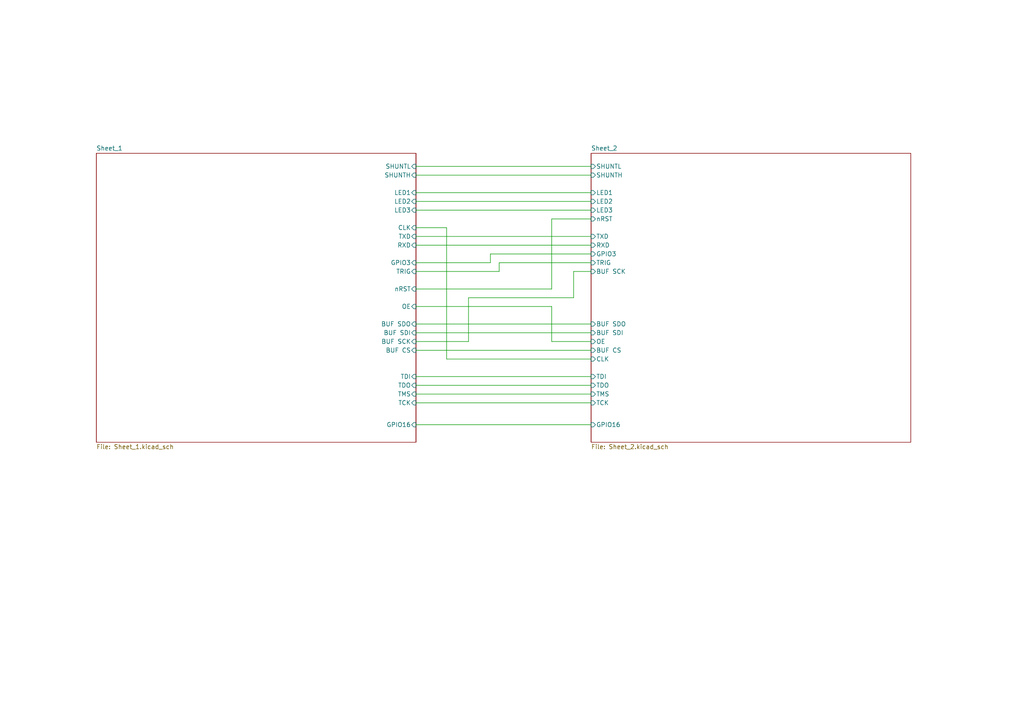
<source format=kicad_sch>
(kicad_sch
	(version 20231120)
	(generator "eeschema")
	(generator_version "8.0")
	(uuid "3a5d4ac2-6e78-4735-b22c-b99217f3b036")
	(paper "A4")
	(lib_symbols)
	(wire
		(pts
			(xy 129.54 104.14) (xy 171.45 104.14)
		)
		(stroke
			(width 0)
			(type default)
		)
		(uuid "00cb0a77-ab00-4325-9318-0812c9d7b832")
	)
	(wire
		(pts
			(xy 120.65 111.76) (xy 171.45 111.76)
		)
		(stroke
			(width 0)
			(type default)
		)
		(uuid "0c3cebaa-6d2b-4a15-b0c3-e43ad62997c8")
	)
	(wire
		(pts
			(xy 166.37 86.36) (xy 166.37 78.74)
		)
		(stroke
			(width 0)
			(type default)
		)
		(uuid "0ecb8365-3b77-4721-ae7e-a4bcd084e72b")
	)
	(wire
		(pts
			(xy 135.89 86.36) (xy 166.37 86.36)
		)
		(stroke
			(width 0)
			(type default)
		)
		(uuid "195efe2e-3f84-41fa-b166-aea890417e2e")
	)
	(wire
		(pts
			(xy 120.65 71.12) (xy 171.45 71.12)
		)
		(stroke
			(width 0)
			(type default)
		)
		(uuid "1d8e124c-b626-402b-97a0-6c1814b051c0")
	)
	(wire
		(pts
			(xy 120.65 83.82) (xy 160.02 83.82)
		)
		(stroke
			(width 0)
			(type default)
		)
		(uuid "2008f1a6-aebf-4a11-b5f2-ad156ae95461")
	)
	(wire
		(pts
			(xy 120.65 96.52) (xy 171.45 96.52)
		)
		(stroke
			(width 0)
			(type default)
		)
		(uuid "21b054a6-2af3-4ebb-b3ce-e1097b30550a")
	)
	(wire
		(pts
			(xy 144.78 78.74) (xy 144.78 76.2)
		)
		(stroke
			(width 0)
			(type default)
		)
		(uuid "24cbf73f-27f8-413c-80ed-b7df9ad1cb99")
	)
	(wire
		(pts
			(xy 120.65 109.22) (xy 171.45 109.22)
		)
		(stroke
			(width 0)
			(type default)
		)
		(uuid "2f8383b8-a8bc-4e25-910a-d1d5ae9635d1")
	)
	(wire
		(pts
			(xy 120.65 78.74) (xy 144.78 78.74)
		)
		(stroke
			(width 0)
			(type default)
		)
		(uuid "411c9747-0bfe-4d15-8941-7c942d5c62ae")
	)
	(wire
		(pts
			(xy 135.89 99.06) (xy 135.89 86.36)
		)
		(stroke
			(width 0)
			(type default)
		)
		(uuid "45ae8ce8-2410-4d5b-be75-aec4ac109573")
	)
	(wire
		(pts
			(xy 120.65 66.04) (xy 129.54 66.04)
		)
		(stroke
			(width 0)
			(type default)
		)
		(uuid "556747b6-68d8-4fe6-8d37-4308cb0ad6a6")
	)
	(wire
		(pts
			(xy 142.24 73.66) (xy 171.45 73.66)
		)
		(stroke
			(width 0)
			(type default)
		)
		(uuid "55a5a5d0-fb1f-48cc-bee3-17f3d8bcadb0")
	)
	(wire
		(pts
			(xy 120.65 68.58) (xy 171.45 68.58)
		)
		(stroke
			(width 0)
			(type default)
		)
		(uuid "57bfcde7-d901-455d-82a4-69b88ed4438b")
	)
	(wire
		(pts
			(xy 160.02 99.06) (xy 171.45 99.06)
		)
		(stroke
			(width 0)
			(type default)
		)
		(uuid "59d3a53c-25a8-4e58-96bd-88cad8cd8c64")
	)
	(wire
		(pts
			(xy 160.02 88.9) (xy 160.02 99.06)
		)
		(stroke
			(width 0)
			(type default)
		)
		(uuid "79107a96-f6f3-4f01-b32f-aa557c4b9204")
	)
	(wire
		(pts
			(xy 120.65 60.96) (xy 171.45 60.96)
		)
		(stroke
			(width 0)
			(type default)
		)
		(uuid "7c3308a8-d1b6-45e0-b2c6-b95c10363022")
	)
	(wire
		(pts
			(xy 120.65 123.19) (xy 171.45 123.19)
		)
		(stroke
			(width 0)
			(type default)
		)
		(uuid "80b4c0fc-27b6-437e-9555-8ece51b4e197")
	)
	(wire
		(pts
			(xy 120.65 58.42) (xy 171.45 58.42)
		)
		(stroke
			(width 0)
			(type default)
		)
		(uuid "8a4c1dfb-a25a-4d53-9d69-f3ed77fc8908")
	)
	(wire
		(pts
			(xy 160.02 63.5) (xy 160.02 83.82)
		)
		(stroke
			(width 0)
			(type default)
		)
		(uuid "8c382f6d-a22e-4a67-a115-6185160bff10")
	)
	(wire
		(pts
			(xy 120.65 101.6) (xy 171.45 101.6)
		)
		(stroke
			(width 0)
			(type default)
		)
		(uuid "9434a3ef-e4c7-457b-b95c-630f801e770f")
	)
	(wire
		(pts
			(xy 120.65 93.98) (xy 171.45 93.98)
		)
		(stroke
			(width 0)
			(type default)
		)
		(uuid "96ac77ef-68ee-4b90-bbbd-0b6b35836556")
	)
	(wire
		(pts
			(xy 120.65 88.9) (xy 160.02 88.9)
		)
		(stroke
			(width 0)
			(type default)
		)
		(uuid "9f9ae9df-6315-480f-951e-e2763fc90501")
	)
	(wire
		(pts
			(xy 129.54 66.04) (xy 129.54 104.14)
		)
		(stroke
			(width 0)
			(type default)
		)
		(uuid "a830caf7-a49b-4243-8a27-9fc5ec71e5cc")
	)
	(wire
		(pts
			(xy 120.65 114.3) (xy 171.45 114.3)
		)
		(stroke
			(width 0)
			(type default)
		)
		(uuid "abf51c77-c897-463b-9084-bd8abb8654e8")
	)
	(wire
		(pts
			(xy 160.02 63.5) (xy 171.45 63.5)
		)
		(stroke
			(width 0)
			(type default)
		)
		(uuid "b3676658-aef2-45f1-9224-e5b707cfb5c2")
	)
	(wire
		(pts
			(xy 120.65 50.8) (xy 171.45 50.8)
		)
		(stroke
			(width 0)
			(type default)
		)
		(uuid "ba524264-1311-4e7e-a42c-a6c654cc84c1")
	)
	(wire
		(pts
			(xy 142.24 76.2) (xy 142.24 73.66)
		)
		(stroke
			(width 0)
			(type default)
		)
		(uuid "c67f218f-13e0-40ae-a6f2-09036315839d")
	)
	(wire
		(pts
			(xy 120.65 76.2) (xy 142.24 76.2)
		)
		(stroke
			(width 0)
			(type default)
		)
		(uuid "cbea9132-40be-488c-9584-821cea5a6486")
	)
	(wire
		(pts
			(xy 144.78 76.2) (xy 171.45 76.2)
		)
		(stroke
			(width 0)
			(type default)
		)
		(uuid "d110b592-97be-42cf-9dbb-230eacc135a4")
	)
	(wire
		(pts
			(xy 120.65 116.84) (xy 171.45 116.84)
		)
		(stroke
			(width 0)
			(type default)
		)
		(uuid "ddd9c70c-da39-4993-bb4f-3f6c1ef738eb")
	)
	(wire
		(pts
			(xy 120.65 48.26) (xy 171.45 48.26)
		)
		(stroke
			(width 0)
			(type default)
		)
		(uuid "e2e43a27-9453-4d79-af16-3fdadcf2816d")
	)
	(wire
		(pts
			(xy 120.65 99.06) (xy 135.89 99.06)
		)
		(stroke
			(width 0)
			(type default)
		)
		(uuid "ec7afc14-4de4-4f38-adc6-6cc43c0ae7bd")
	)
	(wire
		(pts
			(xy 166.37 78.74) (xy 171.45 78.74)
		)
		(stroke
			(width 0)
			(type default)
		)
		(uuid "f78e54bb-a6b0-4e4c-914a-d3459853bcdf")
	)
	(wire
		(pts
			(xy 120.65 55.88) (xy 171.45 55.88)
		)
		(stroke
			(width 0)
			(type default)
		)
		(uuid "fdd1c295-a7af-4900-860c-4ad1ad552b67")
	)
	(sheet
		(at 27.94 44.45)
		(size 92.71 83.82)
		(fields_autoplaced yes)
		(stroke
			(width 0.1524)
			(type solid)
		)
		(fill
			(color 0 0 0 0.0000)
		)
		(uuid "5b175686-7035-4ca2-abe3-d2e3eb506fce")
		(property "Sheetname" "Sheet_1"
			(at 27.94 43.7384 0)
			(effects
				(font
					(size 1.27 1.27)
				)
				(justify left bottom)
			)
		)
		(property "Sheetfile" "Sheet_1.kicad_sch"
			(at 27.94 128.8546 0)
			(effects
				(font
					(size 1.27 1.27)
				)
				(justify left top)
			)
		)
		(pin "nRST" input
			(at 120.65 83.82 0)
			(effects
				(font
					(size 1.27 1.27)
				)
				(justify right)
			)
			(uuid "507fc3aa-8422-43f5-a7be-61e5b5fc496e")
		)
		(pin "GPIO3" input
			(at 120.65 76.2 0)
			(effects
				(font
					(size 1.27 1.27)
				)
				(justify right)
			)
			(uuid "2b168b21-054a-4597-8d04-b9e31bb27f90")
		)
		(pin "TRIG" input
			(at 120.65 78.74 0)
			(effects
				(font
					(size 1.27 1.27)
				)
				(justify right)
			)
			(uuid "e694e2e5-2849-4cfc-a6a1-a23ebdbb76e7")
		)
		(pin "TDO" input
			(at 120.65 111.76 0)
			(effects
				(font
					(size 1.27 1.27)
				)
				(justify right)
			)
			(uuid "7b70e87f-93c5-4f7f-8c7a-e18e9684eca0")
		)
		(pin "TMS" input
			(at 120.65 114.3 0)
			(effects
				(font
					(size 1.27 1.27)
				)
				(justify right)
			)
			(uuid "36d832ce-2536-456d-9cf5-132c38298d3a")
		)
		(pin "TDI" input
			(at 120.65 109.22 0)
			(effects
				(font
					(size 1.27 1.27)
				)
				(justify right)
			)
			(uuid "5b100c3c-fcc0-4484-af53-64a71fb1821f")
		)
		(pin "TCK" input
			(at 120.65 116.84 0)
			(effects
				(font
					(size 1.27 1.27)
				)
				(justify right)
			)
			(uuid "65ebbfd9-00e3-4f26-a3e2-688f6437b9ff")
		)
		(pin "TXD" input
			(at 120.65 68.58 0)
			(effects
				(font
					(size 1.27 1.27)
				)
				(justify right)
			)
			(uuid "9af930c9-cfd7-4c6a-a962-e9c512bb1818")
		)
		(pin "RXD" input
			(at 120.65 71.12 0)
			(effects
				(font
					(size 1.27 1.27)
				)
				(justify right)
			)
			(uuid "201dd264-9817-46f0-a8b3-915981a71017")
		)
		(pin "GPIO16" input
			(at 120.65 123.19 0)
			(effects
				(font
					(size 1.27 1.27)
				)
				(justify right)
			)
			(uuid "0af3549c-0a94-4970-8f40-db0d6448caa1")
		)
		(pin "LED3" input
			(at 120.65 60.96 0)
			(effects
				(font
					(size 1.27 1.27)
				)
				(justify right)
			)
			(uuid "6a8e25b9-407f-4997-b1f7-f4de12a62bb6")
		)
		(pin "LED1" input
			(at 120.65 55.88 0)
			(effects
				(font
					(size 1.27 1.27)
				)
				(justify right)
			)
			(uuid "1c9beba0-be9d-43e0-8b8a-702aea2a0b6e")
		)
		(pin "LED2" input
			(at 120.65 58.42 0)
			(effects
				(font
					(size 1.27 1.27)
				)
				(justify right)
			)
			(uuid "918f09e1-e601-4b2e-8d03-7ae83ba35e17")
		)
		(pin "OE" input
			(at 120.65 88.9 0)
			(effects
				(font
					(size 1.27 1.27)
				)
				(justify right)
			)
			(uuid "8bd59427-8b59-4bc3-aaab-7ae950f128bd")
		)
		(pin "SHUNTL" input
			(at 120.65 48.26 0)
			(effects
				(font
					(size 1.27 1.27)
				)
				(justify right)
			)
			(uuid "51744c40-7e7f-43b2-87db-4d5cff7ad9e0")
		)
		(pin "SHUNTH" input
			(at 120.65 50.8 0)
			(effects
				(font
					(size 1.27 1.27)
				)
				(justify right)
			)
			(uuid "ff0f2adf-a9df-4f04-94af-4e562ff01f10")
		)
		(pin "BUF CS" input
			(at 120.65 101.6 0)
			(effects
				(font
					(size 1.27 1.27)
				)
				(justify right)
			)
			(uuid "790b75ae-8cba-4601-b44d-093451cf55f1")
		)
		(pin "BUF SDI" input
			(at 120.65 96.52 0)
			(effects
				(font
					(size 1.27 1.27)
				)
				(justify right)
			)
			(uuid "0d316717-fc22-423b-bd33-37b24b6bf8b9")
		)
		(pin "BUF SCK" input
			(at 120.65 99.06 0)
			(effects
				(font
					(size 1.27 1.27)
				)
				(justify right)
			)
			(uuid "b70e627d-a7cf-42ec-9c98-75a2d9df7a02")
		)
		(pin "BUF SDO" input
			(at 120.65 93.98 0)
			(effects
				(font
					(size 1.27 1.27)
				)
				(justify right)
			)
			(uuid "f0dbb78a-2417-403a-ae90-0cf8a435673f")
		)
		(pin "CLK" input
			(at 120.65 66.04 0)
			(effects
				(font
					(size 1.27 1.27)
				)
				(justify right)
			)
			(uuid "e175a38a-479a-4c7b-b851-90f4319eded9")
		)
		(instances
			(project "KiCAD_Test3"
				(path "/3a5d4ac2-6e78-4735-b22c-b99217f3b036"
					(page "2")
				)
			)
		)
	)
	(sheet
		(at 171.45 44.45)
		(size 92.71 83.82)
		(fields_autoplaced yes)
		(stroke
			(width 0.1524)
			(type solid)
		)
		(fill
			(color 0 0 0 0.0000)
		)
		(uuid "bdf9dfe7-ebbc-4e1b-a7b9-19e8a6ddc3c1")
		(property "Sheetname" "Sheet_2"
			(at 171.45 43.7384 0)
			(effects
				(font
					(size 1.27 1.27)
				)
				(justify left bottom)
			)
		)
		(property "Sheetfile" "Sheet_2.kicad_sch"
			(at 171.45 128.8546 0)
			(effects
				(font
					(size 1.27 1.27)
				)
				(justify left top)
			)
		)
		(pin "SHUNTL" input
			(at 171.45 48.26 180)
			(effects
				(font
					(size 1.27 1.27)
				)
				(justify left)
			)
			(uuid "465aeaff-2b48-4732-9434-b19b00720046")
		)
		(pin "SHUNTH" input
			(at 171.45 50.8 180)
			(effects
				(font
					(size 1.27 1.27)
				)
				(justify left)
			)
			(uuid "9dc869ac-739d-4022-9dd7-aa6bb2f67b2e")
		)
		(pin "LED1" input
			(at 171.45 55.88 180)
			(effects
				(font
					(size 1.27 1.27)
				)
				(justify left)
			)
			(uuid "c79594f1-6ab6-4178-a91b-9a4b53373cc8")
		)
		(pin "LED2" input
			(at 171.45 58.42 180)
			(effects
				(font
					(size 1.27 1.27)
				)
				(justify left)
			)
			(uuid "e0bbe238-c612-42eb-8485-225af92f4da2")
		)
		(pin "LED3" input
			(at 171.45 60.96 180)
			(effects
				(font
					(size 1.27 1.27)
				)
				(justify left)
			)
			(uuid "94acc4f3-df89-4cdf-af25-e10154bc4bd7")
		)
		(pin "nRST" input
			(at 171.45 63.5 180)
			(effects
				(font
					(size 1.27 1.27)
				)
				(justify left)
			)
			(uuid "bf36db77-1202-46bb-845a-62c2b29e4bb1")
		)
		(pin "TXD" input
			(at 171.45 68.58 180)
			(effects
				(font
					(size 1.27 1.27)
				)
				(justify left)
			)
			(uuid "f9128a77-de0c-4852-b052-2ac4ca9cd894")
		)
		(pin "RXD" input
			(at 171.45 71.12 180)
			(effects
				(font
					(size 1.27 1.27)
				)
				(justify left)
			)
			(uuid "ddaaf5a4-0266-426a-9713-1b1043d127b1")
		)
		(pin "GPIO3" input
			(at 171.45 73.66 180)
			(effects
				(font
					(size 1.27 1.27)
				)
				(justify left)
			)
			(uuid "3ec4951e-c41f-45a5-bf59-0adc350eaf9f")
		)
		(pin "TRIG" input
			(at 171.45 76.2 180)
			(effects
				(font
					(size 1.27 1.27)
				)
				(justify left)
			)
			(uuid "654eda95-9ea8-48b7-958d-1cad9a21460f")
		)
		(pin "BUF SCK" input
			(at 171.45 78.74 180)
			(effects
				(font
					(size 1.27 1.27)
				)
				(justify left)
			)
			(uuid "7af38b20-264d-40bf-9ab1-144faa29e838")
		)
		(pin "BUF SDO" input
			(at 171.45 93.98 180)
			(effects
				(font
					(size 1.27 1.27)
				)
				(justify left)
			)
			(uuid "8683e865-99be-45bf-b581-f046da5cdc7d")
		)
		(pin "BUF SDI" input
			(at 171.45 96.52 180)
			(effects
				(font
					(size 1.27 1.27)
				)
				(justify left)
			)
			(uuid "a5b06bf6-e148-4208-97c9-4136abcd48d2")
		)
		(pin "OE" input
			(at 171.45 99.06 180)
			(effects
				(font
					(size 1.27 1.27)
				)
				(justify left)
			)
			(uuid "4e0e69ec-51e4-43e4-9e02-41d6fd713c5b")
		)
		(pin "BUF CS" input
			(at 171.45 101.6 180)
			(effects
				(font
					(size 1.27 1.27)
				)
				(justify left)
			)
			(uuid "d35001fd-b828-460e-8f00-282d6a0037a5")
		)
		(pin "TDI" input
			(at 171.45 109.22 180)
			(effects
				(font
					(size 1.27 1.27)
				)
				(justify left)
			)
			(uuid "6d2b0c27-6ee5-4b14-9006-5a3adaa81b4e")
		)
		(pin "TDO" input
			(at 171.45 111.76 180)
			(effects
				(font
					(size 1.27 1.27)
				)
				(justify left)
			)
			(uuid "a3a5334f-aa1d-44de-83c2-9a305c60dbb8")
		)
		(pin "TMS" input
			(at 171.45 114.3 180)
			(effects
				(font
					(size 1.27 1.27)
				)
				(justify left)
			)
			(uuid "198ae5bc-4586-4984-8414-bae8a02e609a")
		)
		(pin "TCK" input
			(at 171.45 116.84 180)
			(effects
				(font
					(size 1.27 1.27)
				)
				(justify left)
			)
			(uuid "285131af-9771-4e1f-99e9-9259e901c2b8")
		)
		(pin "GPIO16" input
			(at 171.45 123.19 180)
			(effects
				(font
					(size 1.27 1.27)
				)
				(justify left)
			)
			(uuid "c5a7027a-abc3-4cd3-89fc-1f8ad5f21b3a")
		)
		(pin "CLK" input
			(at 171.45 104.14 180)
			(effects
				(font
					(size 1.27 1.27)
				)
				(justify left)
			)
			(uuid "fa87ad3b-623b-4822-8c2f-6123b5a71ef2")
		)
		(instances
			(project "KiCAD_Test3"
				(path "/3a5d4ac2-6e78-4735-b22c-b99217f3b036"
					(page "3")
				)
			)
		)
	)
	(sheet_instances
		(path "/"
			(page "1")
		)
	)
)

</source>
